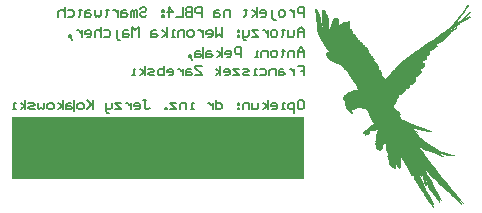
<source format=gbo>
G04*
G04 #@! TF.GenerationSoftware,Altium Limited,Altium Designer,24.3.1 (35)*
G04*
G04 Layer_Color=37055*
%FSLAX44Y44*%
%MOMM*%
G71*
G04*
G04 #@! TF.SameCoordinates,1466609E-AFDC-4EB5-9CD4-67DB0788F0E7*
G04*
G04*
G04 #@! TF.FilePolarity,Positive*
G04*
G01*
G75*
%ADD10C,0.2000*%
%ADD84R,24.7620X5.2790*%
G36*
X320489Y204869D02*
X320080D01*
Y205277D01*
X320489D01*
Y204869D01*
D02*
G37*
G36*
X430339Y254281D02*
X429931D01*
Y253873D01*
X429523D01*
Y253465D01*
X429114D01*
Y252648D01*
X428706D01*
Y252239D01*
X428297D01*
Y251423D01*
X427889D01*
Y251014D01*
X427481D01*
Y250606D01*
X427072D01*
Y249789D01*
X426664D01*
Y249381D01*
X426256D01*
Y248973D01*
X425847D01*
Y248156D01*
X425439D01*
Y247747D01*
X425031D01*
Y247339D01*
X424622D01*
Y246522D01*
X424214D01*
Y246114D01*
X423805D01*
Y245706D01*
X423397D01*
Y244889D01*
X422989D01*
Y244480D01*
X422580D01*
Y244072D01*
X422172D01*
Y243255D01*
X421764D01*
Y242847D01*
X421355D01*
Y242439D01*
X420947D01*
Y241622D01*
X420538D01*
Y241214D01*
X421355D01*
Y241622D01*
X422172D01*
Y242030D01*
X422580D01*
Y242439D01*
X423397D01*
Y242847D01*
X423805D01*
Y243255D01*
X424214D01*
Y243664D01*
X425031D01*
Y244480D01*
X425439D01*
Y244889D01*
X426256D01*
Y245297D01*
X426664D01*
Y245706D01*
X427072D01*
Y246114D01*
X427481D01*
Y246522D01*
X427889D01*
Y246931D01*
X428297D01*
Y247339D01*
X428706D01*
Y248156D01*
X429114D01*
Y248564D01*
X429523D01*
Y248973D01*
X429931D01*
Y249381D01*
X430339D01*
Y249789D01*
X430748D01*
Y250198D01*
X431564D01*
Y249789D01*
X431973D01*
Y248973D01*
X431564D01*
Y248564D01*
X431156D01*
Y248156D01*
X430748D01*
Y247747D01*
X430339D01*
Y247339D01*
X429931D01*
Y246522D01*
X429523D01*
Y246114D01*
X429114D01*
Y245706D01*
X428706D01*
Y245297D01*
X428297D01*
Y244889D01*
X429114D01*
Y245297D01*
X429523D01*
Y245706D01*
X430339D01*
Y246114D01*
X431564D01*
Y245706D01*
X431973D01*
Y244889D01*
X431156D01*
Y244480D01*
X430748D01*
Y244072D01*
X430339D01*
Y243664D01*
X429523D01*
Y243255D01*
X428706D01*
Y242847D01*
X427889D01*
Y242439D01*
X427072D01*
Y242030D01*
X426256D01*
Y241622D01*
X425439D01*
Y241214D01*
X424622D01*
Y240805D01*
X423805D01*
Y240397D01*
X422580D01*
Y239172D01*
X421764D01*
Y238763D01*
X421355D01*
Y238355D01*
X420538D01*
Y237947D01*
X420130D01*
Y237538D01*
X419313D01*
Y237130D01*
X418905D01*
Y236722D01*
X419722D01*
Y237130D01*
X420130D01*
Y236722D01*
X420538D01*
Y235497D01*
X419722D01*
Y235088D01*
X419313D01*
Y234680D01*
X418497D01*
Y234271D01*
X417680D01*
Y233863D01*
X417271D01*
Y233455D01*
X416863D01*
Y233046D01*
X416046D01*
Y232638D01*
X415638D01*
Y232230D01*
X415230D01*
Y231821D01*
X414821D01*
Y231413D01*
X414413D01*
Y231005D01*
X414005D01*
Y230596D01*
X413596D01*
Y229779D01*
X412780D01*
Y229371D01*
X412371D01*
Y228554D01*
X411963D01*
Y228146D01*
X411554D01*
Y227738D01*
X411146D01*
Y227329D01*
X410329D01*
Y226921D01*
X409921D01*
Y226513D01*
X409513D01*
Y226104D01*
X409104D01*
Y225696D01*
X408696D01*
Y225287D01*
X408288D01*
Y224879D01*
X407879D01*
Y224471D01*
X407471D01*
Y224062D01*
X407062D01*
Y223654D01*
X406246D01*
Y223246D01*
X405429D01*
Y222837D01*
X404204D01*
Y222429D01*
X403387D01*
Y221612D01*
X402979D01*
Y221204D01*
X404204D01*
Y220795D01*
X403796D01*
Y220387D01*
X402979D01*
Y219979D01*
X402570D01*
Y219570D01*
X402162D01*
Y219162D01*
X401754D01*
Y218754D01*
X401345D01*
Y218345D01*
X400937D01*
Y217937D01*
X400120D01*
Y217528D01*
X399304D01*
Y217120D01*
X398487D01*
Y216712D01*
X397670D01*
Y214261D01*
X397262D01*
Y213445D01*
X396853D01*
Y212628D01*
X395220D01*
Y209361D01*
X394811D01*
Y208953D01*
X393586D01*
Y208544D01*
X391136D01*
Y207728D01*
X390728D01*
Y207319D01*
X391136D01*
Y206911D01*
X393995D01*
Y206502D01*
X393586D01*
Y204052D01*
X393178D01*
Y203236D01*
X392770D01*
Y202827D01*
X392361D01*
Y202419D01*
X391544D01*
Y202010D01*
X389503D01*
Y201194D01*
X389094D01*
Y200785D01*
X389503D01*
Y200377D01*
X389911D01*
Y199560D01*
X390319D01*
Y198335D01*
X389911D01*
Y197519D01*
X389503D01*
Y197110D01*
X389094D01*
Y196702D01*
X388686D01*
Y196293D01*
X388278D01*
Y195885D01*
X387869D01*
Y195477D01*
X387052D01*
Y195068D01*
X386644D01*
Y194660D01*
X385827D01*
Y194252D01*
X385419D01*
Y191801D01*
X385827D01*
Y191393D01*
X385419D01*
Y190576D01*
X385011D01*
Y190168D01*
X384602D01*
Y189760D01*
X384194D01*
Y189351D01*
X383786D01*
Y188943D01*
X383377D01*
Y188534D01*
X382969D01*
Y188126D01*
X382152D01*
Y187718D01*
X380927D01*
Y186493D01*
X380519D01*
Y186084D01*
X380110D01*
Y185676D01*
X379702D01*
Y185268D01*
X379294D01*
Y184859D01*
X378477D01*
Y184451D01*
X377252D01*
Y184859D01*
X376843D01*
Y183226D01*
X376435D01*
Y182409D01*
X376027D01*
Y182001D01*
X375618D01*
Y181592D01*
X375210D01*
Y181184D01*
X374801D01*
Y180776D01*
X374393D01*
Y180367D01*
X373985D01*
Y179959D01*
X373576D01*
Y179550D01*
X372760D01*
Y179959D01*
X372351D01*
Y180367D01*
X371943D01*
Y179550D01*
X371535D01*
Y177917D01*
X371126D01*
Y177100D01*
X370718D01*
Y176692D01*
X370309D01*
Y176283D01*
X369901D01*
Y175875D01*
X369493D01*
Y175467D01*
X369084D01*
Y173833D01*
X368676D01*
Y173017D01*
X368268D01*
Y172200D01*
X367859D01*
Y171383D01*
X367451D01*
Y170975D01*
X367043D01*
Y170158D01*
X366634D01*
Y169341D01*
X367043D01*
Y168933D01*
X367451D01*
Y168525D01*
X367859D01*
Y168116D01*
X368268D01*
Y167708D01*
X368676D01*
Y167299D01*
X369493D01*
Y166483D01*
X369901D01*
Y166074D01*
X370309D01*
Y165666D01*
X371126D01*
Y165258D01*
X371535D01*
Y164849D01*
X371943D01*
Y164441D01*
X372351D01*
Y163216D01*
X372760D01*
Y162399D01*
X371943D01*
Y161582D01*
X372351D01*
Y161174D01*
X372760D01*
Y160357D01*
X373168D01*
Y159541D01*
X373576D01*
Y159132D01*
X373985D01*
Y158724D01*
X375210D01*
Y158315D01*
X376027D01*
Y157907D01*
X376843D01*
Y157499D01*
X377660D01*
Y157090D01*
X378477D01*
Y156682D01*
X379702D01*
Y156274D01*
X380519D01*
Y155865D01*
X381335D01*
Y155457D01*
X382152D01*
Y155049D01*
X382969D01*
Y154640D01*
X383786D01*
Y154232D01*
X385011D01*
Y153823D01*
X385827D01*
Y153415D01*
X387052D01*
Y153007D01*
X388278D01*
Y152598D01*
X389503D01*
Y152190D01*
X390728D01*
Y151782D01*
X391953D01*
Y151373D01*
X393178D01*
Y150965D01*
X393995D01*
Y150556D01*
X395220D01*
Y150148D01*
X396445D01*
Y149740D01*
X397670D01*
Y149331D01*
X398895D01*
Y148515D01*
X398487D01*
Y148106D01*
X396036D01*
Y148515D01*
X393995D01*
Y148923D01*
X391953D01*
Y149331D01*
X389911D01*
Y149740D01*
X388278D01*
Y150148D01*
X386236D01*
Y150556D01*
X384194D01*
Y150965D01*
X383786D01*
Y150148D01*
X384194D01*
Y149740D01*
X384602D01*
Y149331D01*
X385419D01*
Y148923D01*
X386236D01*
Y148515D01*
X386644D01*
Y148106D01*
X387052D01*
Y147698D01*
X386236D01*
Y148106D01*
X385827D01*
Y147289D01*
X386236D01*
Y146881D01*
X386644D01*
Y146473D01*
X387052D01*
Y146065D01*
X387461D01*
Y145656D01*
X387869D01*
Y144839D01*
X388278D01*
Y144431D01*
X388686D01*
Y144023D01*
X389094D01*
Y143614D01*
X389503D01*
Y143206D01*
X389911D01*
Y142797D01*
X390319D01*
Y142389D01*
X390728D01*
Y141981D01*
X391544D01*
Y141572D01*
X391953D01*
Y141164D01*
X392361D01*
Y140756D01*
X393178D01*
Y140347D01*
X393586D01*
Y139939D01*
X394403D01*
Y139531D01*
X394811D01*
Y139122D01*
X395220D01*
Y138714D01*
X396036D01*
Y138306D01*
X396445D01*
Y137897D01*
X397262D01*
Y137489D01*
X398078D01*
Y137080D01*
X398487D01*
Y136672D01*
X399304D01*
Y136264D01*
X399712D01*
Y135855D01*
X400529D01*
Y135447D01*
X401345D01*
Y135039D01*
X401754D01*
Y134630D01*
X402570D01*
Y134222D01*
X403387D01*
Y133813D01*
X403796D01*
Y133405D01*
X404612D01*
Y132997D01*
X405021D01*
Y132588D01*
X405837D01*
Y132180D01*
X406654D01*
Y131772D01*
X407062D01*
Y131363D01*
X408288D01*
Y130955D01*
X409921D01*
Y130547D01*
X411146D01*
Y130138D01*
X412780D01*
Y129730D01*
X414413D01*
Y129321D01*
X415638D01*
Y128913D01*
X417271D01*
Y128505D01*
X418497D01*
Y128096D01*
X418905D01*
Y127688D01*
X418497D01*
Y128096D01*
X417680D01*
Y127688D01*
X412371D01*
Y128096D01*
X411146D01*
Y128505D01*
X409921D01*
Y128913D01*
X408696D01*
Y129321D01*
X407062D01*
Y129730D01*
X406246D01*
Y129321D01*
X406654D01*
Y128913D01*
X407471D01*
Y128505D01*
X407879D01*
Y128096D01*
X408288D01*
Y127688D01*
X409104D01*
Y126871D01*
X407471D01*
Y127280D01*
X406654D01*
Y127688D01*
X405837D01*
Y128096D01*
X405021D01*
Y128505D01*
X404204D01*
Y128913D01*
X403387D01*
Y129321D01*
X402162D01*
Y129730D01*
X401345D01*
Y130138D01*
X400120D01*
Y130547D01*
X398895D01*
Y130955D01*
X398078D01*
Y131363D01*
X396853D01*
Y131772D01*
X395628D01*
Y132180D01*
X394811D01*
Y132588D01*
X393586D01*
Y132997D01*
X392361D01*
Y133405D01*
X391544D01*
Y133813D01*
X390728D01*
Y134222D01*
X390319D01*
Y134630D01*
X389911D01*
Y135039D01*
X389094D01*
Y135447D01*
X388686D01*
Y135855D01*
X388278D01*
Y136264D01*
X387869D01*
Y135855D01*
X388278D01*
Y135447D01*
X388686D01*
Y135039D01*
X389094D01*
Y134222D01*
X389503D01*
Y133813D01*
X389911D01*
Y133405D01*
X390319D01*
Y132588D01*
X390728D01*
Y132180D01*
X391136D01*
Y131363D01*
X391544D01*
Y130955D01*
X391953D01*
Y130547D01*
X392361D01*
Y129730D01*
X392770D01*
Y129321D01*
X393178D01*
Y128913D01*
X393586D01*
Y128096D01*
X393995D01*
Y127688D01*
X394403D01*
Y127280D01*
X394811D01*
Y126463D01*
X395220D01*
Y126054D01*
X395628D01*
Y125646D01*
X396036D01*
Y124829D01*
X396445D01*
Y124421D01*
X396853D01*
Y124013D01*
X397262D01*
Y123196D01*
X397670D01*
Y122788D01*
X398078D01*
Y122379D01*
X398487D01*
Y121562D01*
X398895D01*
Y121154D01*
X399304D01*
Y120746D01*
X399712D01*
Y119929D01*
X400120D01*
Y119521D01*
X400529D01*
Y119112D01*
X400937D01*
Y118296D01*
X401345D01*
Y117887D01*
X401754D01*
Y117479D01*
X402162D01*
Y116662D01*
X402570D01*
Y116254D01*
X402979D01*
Y115845D01*
X403387D01*
Y115029D01*
X403796D01*
Y114620D01*
X404204D01*
Y114212D01*
X404612D01*
Y113395D01*
X405021D01*
Y112987D01*
X405429D01*
Y112578D01*
X405837D01*
Y112170D01*
X406246D01*
Y111762D01*
X406654D01*
Y110945D01*
X407062D01*
Y110537D01*
X407471D01*
Y110128D01*
X407879D01*
Y109720D01*
X408288D01*
Y109312D01*
X408696D01*
Y108495D01*
X409104D01*
Y108086D01*
X409513D01*
Y107678D01*
X409921D01*
Y107270D01*
X410329D01*
Y106861D01*
X410738D01*
Y106045D01*
X411146D01*
Y105636D01*
X411554D01*
Y105228D01*
X411963D01*
Y104819D01*
X412371D01*
Y104411D01*
X412780D01*
Y103594D01*
X413188D01*
Y103186D01*
X413596D01*
Y102778D01*
X414005D01*
Y102369D01*
X414413D01*
Y101961D01*
X414821D01*
Y101144D01*
X415230D01*
Y100736D01*
X415638D01*
Y100328D01*
X416046D01*
Y99919D01*
X416455D01*
Y99102D01*
X416863D01*
Y98694D01*
X417271D01*
Y98286D01*
X417680D01*
Y97877D01*
X418088D01*
Y97469D01*
X418497D01*
Y96652D01*
X418905D01*
Y96244D01*
X419313D01*
Y95836D01*
X419722D01*
Y95427D01*
X420130D01*
Y95019D01*
X420538D01*
Y94202D01*
X420947D01*
Y93794D01*
X421355D01*
Y93385D01*
X421764D01*
Y92977D01*
X422172D01*
Y92569D01*
X422580D01*
Y91752D01*
X422989D01*
Y91343D01*
X423397D01*
Y90935D01*
X423805D01*
Y90118D01*
X424214D01*
Y89710D01*
X424622D01*
Y89302D01*
X425031D01*
Y88893D01*
X425439D01*
Y88076D01*
X425847D01*
Y87668D01*
X425439D01*
Y88076D01*
X425031D01*
Y88485D01*
X424214D01*
Y88893D01*
X423805D01*
Y89302D01*
X423397D01*
Y89710D01*
X422989D01*
Y89302D01*
X423397D01*
Y88893D01*
X423805D01*
Y88076D01*
X424214D01*
Y87260D01*
X424622D01*
Y86851D01*
X425031D01*
Y86443D01*
X424214D01*
Y86851D01*
X423805D01*
Y87260D01*
X423397D01*
Y87668D01*
X422989D01*
Y88076D01*
X422580D01*
Y88485D01*
X422172D01*
Y88893D01*
X421764D01*
Y89302D01*
X420947D01*
Y89710D01*
X420538D01*
Y90118D01*
X420130D01*
Y90527D01*
X419722D01*
Y90935D01*
X419313D01*
Y91343D01*
X418905D01*
Y91752D01*
X418497D01*
Y92160D01*
X418088D01*
Y92569D01*
X417680D01*
Y92977D01*
X416863D01*
Y93385D01*
X416455D01*
Y93794D01*
X416046D01*
Y94202D01*
X415638D01*
Y94610D01*
X415230D01*
Y95019D01*
X414821D01*
Y95427D01*
X414413D01*
Y95836D01*
X414005D01*
Y96244D01*
X413596D01*
Y96652D01*
X413188D01*
Y97061D01*
X412780D01*
Y97469D01*
X412371D01*
Y97877D01*
X411554D01*
Y98286D01*
X411146D01*
Y98694D01*
X410738D01*
Y99102D01*
X410329D01*
Y99511D01*
X409921D01*
Y99919D01*
X409513D01*
Y100328D01*
X409104D01*
Y100736D01*
X408696D01*
Y101144D01*
X408288D01*
Y101553D01*
X407879D01*
Y101961D01*
X407471D01*
Y102369D01*
X407062D01*
Y102778D01*
X406246D01*
Y103186D01*
X405837D01*
Y103594D01*
X405429D01*
Y104003D01*
X405021D01*
Y104411D01*
X404612D01*
Y104819D01*
X404204D01*
Y105228D01*
X403796D01*
Y105636D01*
X403387D01*
Y106045D01*
X402979D01*
Y106453D01*
X402570D01*
Y106861D01*
X402162D01*
Y107270D01*
X401754D01*
Y107678D01*
X401345D01*
Y108086D01*
X400529D01*
Y108495D01*
X400120D01*
Y108903D01*
X399712D01*
Y109312D01*
X399304D01*
Y109720D01*
X398895D01*
Y110537D01*
X398487D01*
Y110945D01*
X398078D01*
Y111353D01*
X397670D01*
Y111762D01*
X397262D01*
Y112170D01*
X396853D01*
Y112987D01*
X396445D01*
Y113395D01*
X396036D01*
Y113804D01*
X395628D01*
Y114212D01*
X395220D01*
Y115029D01*
X394811D01*
Y115437D01*
X394403D01*
Y115845D01*
X393995D01*
Y115029D01*
X394403D01*
Y114212D01*
X394811D01*
Y112987D01*
X395220D01*
Y112170D01*
X395628D01*
Y111353D01*
X396036D01*
Y110945D01*
X396445D01*
Y110537D01*
X396853D01*
Y110128D01*
X397262D01*
Y109720D01*
X397670D01*
Y108903D01*
X398078D01*
Y108086D01*
X398487D01*
Y107270D01*
X398895D01*
Y106453D01*
X399304D01*
Y105636D01*
X399712D01*
Y104411D01*
X400120D01*
Y103594D01*
X400529D01*
Y102778D01*
X400937D01*
Y101961D01*
X401345D01*
Y101144D01*
X401754D01*
Y100328D01*
X402162D01*
Y99511D01*
X402570D01*
Y98694D01*
X402979D01*
Y98286D01*
X403387D01*
Y97469D01*
X403796D01*
Y96652D01*
X404204D01*
Y96244D01*
X404612D01*
Y95427D01*
X405021D01*
Y94610D01*
X405429D01*
Y93794D01*
X405837D01*
Y92977D01*
X406246D01*
Y92569D01*
X406654D01*
Y91752D01*
X407062D01*
Y90935D01*
X407471D01*
Y90118D01*
X407879D01*
Y89302D01*
X407471D01*
Y89710D01*
X407062D01*
Y90118D01*
X406654D01*
Y90527D01*
X406246D01*
Y91343D01*
X405837D01*
Y89710D01*
X406246D01*
Y88076D01*
X405837D01*
Y88485D01*
X405429D01*
Y89302D01*
X405021D01*
Y89710D01*
X404612D01*
Y90118D01*
X404204D01*
Y90527D01*
X403796D01*
Y90935D01*
X403387D01*
Y91343D01*
X402979D01*
Y91752D01*
X402570D01*
Y92160D01*
X402162D01*
Y92977D01*
X401754D01*
Y93385D01*
X401345D01*
Y93794D01*
X400937D01*
Y94610D01*
X400529D01*
Y95019D01*
X400120D01*
Y95427D01*
X399712D01*
Y96244D01*
X399304D01*
Y96652D01*
X398895D01*
Y97469D01*
X398487D01*
Y97877D01*
X398078D01*
Y98286D01*
X397670D01*
Y99102D01*
X397262D01*
Y99511D01*
X396853D01*
Y100328D01*
X396445D01*
Y100736D01*
X396036D01*
Y101961D01*
X395628D01*
Y103594D01*
X395220D01*
Y105636D01*
X394811D01*
Y102369D01*
X393586D01*
Y102778D01*
X393178D01*
Y104003D01*
X392770D01*
Y105228D01*
X392361D01*
Y106045D01*
X391953D01*
Y107270D01*
X391544D01*
Y108903D01*
X391136D01*
Y110945D01*
X390319D01*
Y110537D01*
X389503D01*
Y111353D01*
X389094D01*
Y111762D01*
X388686D01*
Y110945D01*
X389094D01*
Y110128D01*
X389503D01*
Y109312D01*
X389911D01*
Y108086D01*
X390319D01*
Y107270D01*
X390728D01*
Y106453D01*
X391136D01*
Y105636D01*
X391544D01*
Y104819D01*
X391953D01*
Y104003D01*
X392361D01*
Y103186D01*
X392770D01*
Y102369D01*
X393178D01*
Y101553D01*
X393586D01*
Y100736D01*
X393995D01*
Y99919D01*
X394403D01*
Y98694D01*
X394811D01*
Y98286D01*
X395220D01*
Y97469D01*
X395628D01*
Y96652D01*
X396036D01*
Y95836D01*
X396445D01*
Y95427D01*
X396853D01*
Y94610D01*
X397262D01*
Y93794D01*
X397670D01*
Y92977D01*
X398078D01*
Y92160D01*
X398487D01*
Y91752D01*
X398895D01*
Y90935D01*
X399304D01*
Y89710D01*
X399712D01*
Y88893D01*
X400120D01*
Y88076D01*
X400529D01*
Y87260D01*
X400937D01*
Y86443D01*
X400529D01*
Y86851D01*
X400120D01*
Y87260D01*
X399712D01*
Y87668D01*
X399304D01*
Y87260D01*
X399712D01*
Y86443D01*
X400120D01*
Y85218D01*
X400529D01*
Y84401D01*
X400937D01*
Y83993D01*
X400120D01*
Y84401D01*
X399712D01*
Y84810D01*
X399304D01*
Y85626D01*
X398895D01*
Y86443D01*
X398487D01*
Y87260D01*
X398078D01*
Y87668D01*
X397262D01*
Y88076D01*
X396853D01*
Y88893D01*
X396445D01*
Y89302D01*
X396036D01*
Y89710D01*
X395628D01*
Y90527D01*
X395220D01*
Y90935D01*
X394811D01*
Y91752D01*
X394403D01*
Y92160D01*
X393995D01*
Y92977D01*
X393586D01*
Y93385D01*
X393178D01*
Y94202D01*
X392770D01*
Y94610D01*
X392361D01*
Y95427D01*
X391953D01*
Y96244D01*
X391544D01*
Y96652D01*
X391136D01*
Y97469D01*
X390728D01*
Y97877D01*
X390319D01*
Y98694D01*
X389911D01*
Y99511D01*
X389503D01*
Y99919D01*
X389094D01*
Y100736D01*
X388686D01*
Y101144D01*
X388278D01*
Y101961D01*
X387869D01*
Y102778D01*
X387461D01*
Y103186D01*
X387052D01*
Y104003D01*
X386644D01*
Y104411D01*
X386236D01*
Y105228D01*
X385827D01*
Y105636D01*
X385419D01*
Y106453D01*
X385011D01*
Y107270D01*
X384602D01*
Y107678D01*
X384194D01*
Y108495D01*
X383786D01*
Y111353D01*
X382561D01*
Y110945D01*
X381744D01*
Y111762D01*
X381335D01*
Y112578D01*
X380927D01*
Y113395D01*
X380519D01*
Y113804D01*
X380110D01*
Y114620D01*
X379702D01*
Y115437D01*
X379294D01*
Y116254D01*
X378885D01*
Y117071D01*
X378477D01*
Y117479D01*
X378069D01*
Y118296D01*
X377660D01*
Y119112D01*
X377252D01*
Y119929D01*
X376843D01*
Y120337D01*
X376435D01*
Y121154D01*
X376027D01*
Y121971D01*
X375618D01*
Y122788D01*
X375210D01*
Y123604D01*
X374801D01*
Y124013D01*
X374393D01*
Y124829D01*
X373985D01*
Y125646D01*
X373576D01*
Y126463D01*
X373168D01*
Y126871D01*
X372760D01*
Y121971D01*
Y121562D01*
Y120337D01*
X373168D01*
Y117479D01*
X372351D01*
Y117071D01*
X371535D01*
Y116662D01*
X371126D01*
Y117479D01*
X370718D01*
Y117887D01*
X370309D01*
Y118704D01*
X369901D01*
Y119521D01*
X369493D01*
Y120337D01*
X369084D01*
Y120746D01*
X368676D01*
Y119521D01*
X368268D01*
Y117071D01*
X367043D01*
Y117479D01*
X365409D01*
Y117887D01*
X365001D01*
Y118296D01*
X364592D01*
Y118704D01*
X364184D01*
Y119112D01*
X363776D01*
Y119521D01*
X363367D01*
Y120337D01*
X362959D01*
Y122788D01*
X362551D01*
Y124421D01*
X362142D01*
Y126054D01*
X361734D01*
Y127280D01*
X361325D01*
Y128096D01*
X361734D01*
Y130138D01*
X360917D01*
Y132588D01*
X360509D01*
Y136264D01*
X360100D01*
Y137897D01*
X358467D01*
Y137489D01*
X358059D01*
Y136672D01*
X357650D01*
Y135447D01*
X357242D01*
Y134222D01*
X356833D01*
Y133813D01*
X356425D01*
Y133405D01*
X356017D01*
Y132997D01*
X355608D01*
Y132588D01*
X354383D01*
Y132997D01*
X352750D01*
Y133813D01*
X352341D01*
Y134222D01*
X351933D01*
Y135447D01*
X351525D01*
Y137080D01*
X351116D01*
Y138714D01*
X351525D01*
Y139122D01*
X351933D01*
Y139531D01*
X351116D01*
Y140756D01*
X351525D01*
Y142389D01*
X351933D01*
Y146473D01*
X352341D01*
Y148515D01*
X352750D01*
Y149331D01*
X353158D01*
Y149740D01*
X351933D01*
Y149331D01*
X351525D01*
Y148923D01*
X348258D01*
Y149331D01*
X347033D01*
Y147698D01*
X346624D01*
Y146473D01*
X345399D01*
Y146065D01*
X344582D01*
Y145656D01*
X343357D01*
Y145248D01*
X342132D01*
Y145656D01*
X342541D01*
Y146881D01*
X340907D01*
Y147289D01*
X340499D01*
Y147698D01*
X340907D01*
Y148106D01*
X341315D01*
Y148515D01*
X341724D01*
Y148923D01*
X342132D01*
Y149331D01*
X342541D01*
Y149740D01*
X343357D01*
Y150148D01*
X343766D01*
Y150556D01*
X344174D01*
Y150965D01*
X344582D01*
Y151373D01*
X345399D01*
Y151782D01*
X345808D01*
Y152190D01*
X346216D01*
Y152598D01*
X346624D01*
Y153007D01*
X347441D01*
Y153415D01*
X347849D01*
Y153823D01*
X348258D01*
Y154232D01*
X349075D01*
Y154640D01*
X349483D01*
Y155049D01*
X349891D01*
Y155865D01*
X349483D01*
Y156274D01*
X349075D01*
Y156682D01*
X348666D01*
Y157499D01*
X348258D01*
Y158315D01*
X347849D01*
Y159132D01*
X347441D01*
Y159949D01*
X347033D01*
Y160766D01*
X346624D01*
Y161582D01*
X346216D01*
Y162399D01*
X345808D01*
Y163216D01*
X345399D01*
Y164032D01*
X344991D01*
Y164849D01*
X344582D01*
Y165666D01*
X344174D01*
Y166074D01*
X343766D01*
Y166891D01*
X343357D01*
Y167708D01*
X341724D01*
Y168116D01*
X339682D01*
Y168525D01*
X338049D01*
Y168933D01*
X337640D01*
Y168525D01*
X336007D01*
Y168116D01*
X334782D01*
Y167708D01*
X333557D01*
Y167299D01*
X332332D01*
Y166891D01*
X331106D01*
Y165666D01*
X331515D01*
Y164849D01*
X331923D01*
Y164441D01*
X332332D01*
Y163216D01*
X331923D01*
Y163624D01*
X330290D01*
Y164032D01*
X329881D01*
Y164441D01*
X329473D01*
Y164849D01*
X329065D01*
Y165258D01*
X328656D01*
Y165666D01*
X328248D01*
Y166074D01*
X327840D01*
Y166483D01*
X327431D01*
Y167299D01*
X327023D01*
Y168116D01*
X326614D01*
Y168933D01*
X326206D01*
Y170566D01*
X325798D01*
Y173833D01*
X325389D01*
Y174242D01*
X324981D01*
Y174650D01*
X324573D01*
Y175467D01*
X324164D01*
Y177917D01*
X324573D01*
Y178734D01*
X324981D01*
Y179550D01*
X325389D01*
Y179959D01*
X326206D01*
Y180367D01*
X326614D01*
Y180776D01*
X327023D01*
Y181184D01*
X327840D01*
Y181592D01*
X328248D01*
Y182001D01*
X329473D01*
Y182409D01*
X330698D01*
Y182817D01*
X331515D01*
Y183226D01*
X332332D01*
Y183634D01*
X334782D01*
Y184042D01*
X336415D01*
Y184451D01*
X337232D01*
Y184859D01*
X336824D01*
Y185268D01*
X336415D01*
Y185676D01*
X336007D01*
Y186493D01*
X335598D01*
Y186901D01*
X335190D01*
Y187718D01*
X334373D01*
Y188534D01*
X333965D01*
Y188943D01*
X333557D01*
Y189351D01*
X333148D01*
Y190168D01*
X332740D01*
Y190985D01*
X332332D01*
Y191393D01*
X331923D01*
Y192210D01*
X331515D01*
Y192618D01*
X331106D01*
Y193435D01*
X330698D01*
Y193843D01*
X330290D01*
Y194660D01*
X329881D01*
Y195068D01*
X329473D01*
Y195885D01*
X329065D01*
Y196293D01*
X328656D01*
Y197110D01*
X328248D01*
Y197927D01*
X327840D01*
Y198744D01*
X327431D01*
Y199152D01*
X327023D01*
Y199969D01*
X326614D01*
Y200377D01*
X325798D01*
Y200785D01*
X325389D01*
Y201194D01*
X324981D01*
Y202010D01*
X324573D01*
Y202419D01*
X324164D01*
Y202827D01*
X323756D01*
Y203236D01*
X323348D01*
Y203644D01*
X322939D01*
Y204052D01*
X322531D01*
Y204461D01*
X321714D01*
Y204869D01*
X321306D01*
Y205277D01*
X320489D01*
Y205686D01*
X319672D01*
Y206094D01*
X317630D01*
Y206502D01*
X316814D01*
Y206911D01*
X315997D01*
Y207319D01*
X315180D01*
Y207728D01*
X314363D01*
Y208136D01*
X313547D01*
Y208544D01*
X313138D01*
Y208953D01*
X312322D01*
Y209361D01*
X311913D01*
Y209769D01*
X311096D01*
Y210178D01*
X310688D01*
Y210994D01*
X310280D01*
Y211403D01*
X309871D01*
Y212220D01*
X309463D01*
Y212628D01*
X309055D01*
Y215487D01*
X310280D01*
Y215895D01*
X311913D01*
Y216712D01*
X311505D01*
Y217120D01*
X311096D01*
Y217528D01*
X310688D01*
Y217937D01*
X310280D01*
Y218345D01*
X309871D01*
Y218754D01*
X309463D01*
Y219570D01*
X309055D01*
Y219979D01*
X308646D01*
Y220387D01*
X308238D01*
Y221204D01*
X307830D01*
Y222020D01*
X307421D01*
Y222837D01*
X307013D01*
Y223246D01*
X306604D01*
Y224062D01*
X306196D01*
Y224879D01*
X305788D01*
Y225696D01*
X305379D01*
Y226513D01*
X304971D01*
Y226921D01*
X304563D01*
Y227738D01*
X304154D01*
Y228554D01*
X303746D01*
Y229371D01*
X303338D01*
Y230188D01*
X302929D01*
Y230596D01*
X302521D01*
Y233046D01*
X302113D01*
Y237130D01*
X301704D01*
Y241214D01*
X301296D01*
Y245297D01*
X300887D01*
Y249381D01*
X300479D01*
Y252648D01*
X301296D01*
Y252239D01*
X302113D01*
Y251831D01*
X302521D01*
Y251423D01*
X302929D01*
Y250198D01*
X303338D01*
Y249381D01*
X303746D01*
Y248564D01*
X304154D01*
Y247747D01*
X304563D01*
Y245706D01*
X304971D01*
Y243255D01*
X305379D01*
Y240805D01*
X305788D01*
Y238355D01*
X306196D01*
Y237538D01*
X306604D01*
Y238355D01*
X306196D01*
Y246931D01*
X305788D01*
Y251831D01*
X308238D01*
Y251423D01*
X308646D01*
Y250606D01*
X309055D01*
Y249381D01*
X309463D01*
Y248564D01*
X309871D01*
Y247747D01*
X310280D01*
Y246931D01*
X310688D01*
Y246114D01*
X311096D01*
Y244889D01*
X311505D01*
Y240805D01*
X311913D01*
Y235088D01*
X312322D01*
Y235497D01*
X312730D01*
Y236722D01*
X313138D01*
Y237538D01*
X313547D01*
Y238763D01*
X313955D01*
Y239988D01*
X314363D01*
Y241214D01*
X314772D01*
Y242030D01*
X315180D01*
Y243255D01*
X315588D01*
Y244072D01*
X315997D01*
Y244480D01*
X316814D01*
Y244889D01*
X318447D01*
Y244480D01*
X319672D01*
Y244072D01*
X320080D01*
Y238355D01*
X320489D01*
Y239172D01*
X320897D01*
Y239580D01*
X321714D01*
Y239988D01*
X322531D01*
Y240397D01*
X322939D01*
Y240805D01*
X323756D01*
Y241214D01*
X324573D01*
Y241622D01*
X327840D01*
Y242030D01*
X329473D01*
Y240805D01*
X329065D01*
Y240397D01*
X329473D01*
Y239988D01*
X329881D01*
Y235497D01*
X330290D01*
Y235905D01*
X330698D01*
Y235497D01*
X331106D01*
Y234271D01*
X331515D01*
Y233455D01*
X331923D01*
Y232230D01*
X332332D01*
Y231005D01*
X333965D01*
Y230188D01*
X334373D01*
Y229779D01*
X334782D01*
Y229371D01*
X335190D01*
Y228963D01*
X335598D01*
Y228554D01*
X336007D01*
Y227738D01*
X336415D01*
Y227329D01*
X336824D01*
Y226513D01*
X337640D01*
Y226104D01*
X338049D01*
Y225287D01*
X338457D01*
Y224879D01*
X339274D01*
Y224471D01*
X339682D01*
Y224062D01*
X340090D01*
Y223654D01*
X340499D01*
Y223246D01*
X340907D01*
Y222020D01*
X341724D01*
Y221612D01*
X342132D01*
Y221204D01*
X342541D01*
Y220387D01*
X343357D01*
Y219979D01*
X343766D01*
Y219570D01*
X344174D01*
Y219162D01*
X344582D01*
Y218754D01*
X344991D01*
Y217937D01*
X345808D01*
Y216712D01*
X346216D01*
Y215078D01*
X346624D01*
Y214670D01*
X347033D01*
Y214261D01*
X347441D01*
Y213853D01*
X347849D01*
Y213036D01*
X348258D01*
Y212628D01*
X348666D01*
Y212220D01*
X349075D01*
Y211403D01*
X349483D01*
Y210994D01*
X349891D01*
Y210586D01*
X350300D01*
Y209769D01*
X350708D01*
Y209361D01*
X350300D01*
Y208953D01*
X349891D01*
Y208544D01*
X350300D01*
Y208136D01*
X351116D01*
Y207728D01*
X351525D01*
Y207319D01*
X351933D01*
Y206911D01*
X352341D01*
Y206502D01*
X352750D01*
Y205686D01*
X353158D01*
Y204461D01*
X353567D01*
Y204052D01*
X353975D01*
Y202010D01*
X354383D01*
Y201194D01*
X354792D01*
Y200785D01*
X355200D01*
Y200377D01*
X355608D01*
Y199969D01*
X356017D01*
Y198744D01*
X356425D01*
Y197110D01*
X356833D01*
Y195885D01*
X357242D01*
Y195477D01*
X358059D01*
Y195068D01*
X358467D01*
Y194660D01*
X358875D01*
Y194252D01*
X359284D01*
Y193435D01*
X359692D01*
Y193027D01*
X360509D01*
Y193843D01*
X360917D01*
Y194252D01*
X361325D01*
Y194660D01*
X361734D01*
Y195068D01*
X362142D01*
Y195477D01*
X362551D01*
Y195885D01*
X362959D01*
Y196702D01*
X363367D01*
Y197110D01*
X363776D01*
Y197519D01*
X364184D01*
Y198335D01*
X364592D01*
Y198744D01*
X365001D01*
Y199152D01*
X365409D01*
Y199560D01*
X365817D01*
Y199969D01*
X366226D01*
Y200377D01*
X366634D01*
Y200785D01*
X367043D01*
Y201194D01*
X367451D01*
Y201602D01*
X367859D01*
Y202419D01*
X368268D01*
Y202827D01*
X368676D01*
Y203236D01*
X369084D01*
Y203644D01*
X369493D01*
Y204052D01*
X369901D01*
Y204461D01*
X370309D01*
Y204869D01*
X370718D01*
Y205277D01*
X371126D01*
Y205686D01*
X371535D01*
Y206094D01*
X371943D01*
Y206502D01*
X372351D01*
Y206911D01*
X373168D01*
Y207319D01*
X373576D01*
Y208136D01*
X374393D01*
Y208953D01*
X375210D01*
Y209361D01*
X376027D01*
Y209769D01*
X376435D01*
Y210178D01*
X376843D01*
Y210586D01*
X377660D01*
Y210994D01*
X378069D01*
Y211403D01*
X378885D01*
Y211811D01*
X379294D01*
Y212220D01*
X379702D01*
Y212628D01*
X380110D01*
Y213036D01*
X380519D01*
Y213445D01*
X381335D01*
Y213853D01*
X381744D01*
Y214261D01*
X382561D01*
Y214670D01*
X382969D01*
Y215078D01*
X383377D01*
Y215487D01*
X384194D01*
Y215895D01*
X384602D01*
Y216303D01*
X385011D01*
Y216712D01*
X385827D01*
Y217120D01*
X386236D01*
Y217528D01*
X387052D01*
Y217937D01*
X387869D01*
Y218345D01*
X388278D01*
Y218754D01*
X388686D01*
Y219162D01*
X389503D01*
Y219570D01*
X389911D01*
Y219979D01*
X390319D01*
Y220387D01*
X391136D01*
Y220795D01*
X391544D01*
Y221204D01*
X392361D01*
Y221612D01*
X392770D01*
Y222020D01*
X393586D01*
Y222429D01*
X393995D01*
Y222837D01*
X394811D01*
Y223246D01*
X395220D01*
Y223654D01*
X396036D01*
Y224062D01*
X396445D01*
Y224471D01*
X397262D01*
Y224879D01*
X397670D01*
Y225287D01*
X398487D01*
Y225696D01*
X398895D01*
Y226104D01*
X399712D01*
Y226513D01*
X400529D01*
Y226921D01*
X400937D01*
Y227329D01*
X401754D01*
Y227738D01*
X402162D01*
Y228146D01*
X402570D01*
Y228554D01*
X403387D01*
Y228963D01*
X403796D01*
Y229371D01*
X404612D01*
Y229779D01*
X405021D01*
Y230188D01*
X405837D01*
Y230596D01*
X406246D01*
Y231005D01*
X406654D01*
Y231413D01*
X407062D01*
Y231821D01*
X408288D01*
Y232230D01*
X408696D01*
Y232638D01*
X409513D01*
Y233046D01*
X409921D01*
Y233455D01*
X410738D01*
Y233863D01*
X411146D01*
Y234271D01*
X411554D01*
Y234680D01*
X411963D01*
Y235088D01*
X412371D01*
Y235497D01*
X413188D01*
Y235905D01*
X413596D01*
Y236313D01*
X414005D01*
Y236722D01*
X414413D01*
Y237130D01*
X414821D01*
Y237538D01*
X415230D01*
Y237947D01*
X415638D01*
Y238355D01*
X416046D01*
Y238763D01*
X416455D01*
Y239172D01*
X416863D01*
Y239580D01*
X417271D01*
Y239988D01*
X417680D01*
Y240397D01*
X418088D01*
Y241214D01*
X418497D01*
Y241622D01*
X418905D01*
Y242030D01*
X419313D01*
Y242439D01*
X419722D01*
Y243255D01*
X420130D01*
Y243664D01*
X420538D01*
Y244072D01*
X420947D01*
Y244889D01*
X421355D01*
Y245297D01*
X421764D01*
Y245706D01*
X422172D01*
Y246522D01*
X422580D01*
Y246931D01*
X422989D01*
Y247339D01*
X423397D01*
Y248156D01*
X423805D01*
Y248564D01*
X424214D01*
Y248973D01*
X424622D01*
Y249381D01*
X425031D01*
Y250198D01*
X425439D01*
Y250606D01*
X425847D01*
Y251423D01*
X426256D01*
Y251831D01*
X426664D01*
Y252239D01*
X427072D01*
Y253056D01*
X427481D01*
Y253465D01*
X427889D01*
Y254281D01*
X428297D01*
Y254690D01*
X428706D01*
Y255098D01*
X429114D01*
Y255506D01*
X430339D01*
Y254281D01*
D02*
G37*
G36*
X336415Y184859D02*
X336007D01*
Y185268D01*
X336415D01*
Y184859D01*
D02*
G37*
%LPC*%
G36*
X428297Y244889D02*
X427889D01*
Y244480D01*
X428297D01*
Y244889D01*
D02*
G37*
G36*
X420538Y241214D02*
X420130D01*
Y240805D01*
X420538D01*
Y241214D01*
D02*
G37*
G36*
X420130Y240805D02*
X419722D01*
Y240397D01*
X420130D01*
Y240805D01*
D02*
G37*
G36*
X320080Y238355D02*
X319672D01*
Y237947D01*
X320080D01*
Y238355D01*
D02*
G37*
G36*
X418905Y236722D02*
X418088D01*
Y236313D01*
X417680D01*
Y235905D01*
X418497D01*
Y236313D01*
X418905D01*
Y236722D01*
D02*
G37*
G36*
X417680Y235905D02*
X416863D01*
Y235497D01*
X417680D01*
Y235905D01*
D02*
G37*
G36*
X416863Y235497D02*
X416455D01*
Y235088D01*
X416863D01*
Y235497D01*
D02*
G37*
G36*
X416046Y235088D02*
X415638D01*
Y234680D01*
X416046D01*
Y235088D01*
D02*
G37*
G36*
X394811Y106453D02*
X394403D01*
Y106045D01*
X394811D01*
Y106453D01*
D02*
G37*
%LPD*%
D10*
X290689Y246050D02*
Y254048D01*
X286690D01*
X285357Y252715D01*
Y250049D01*
X286690Y248716D01*
X290689D01*
X282691Y251382D02*
Y246050D01*
Y248716D01*
X281359Y250049D01*
X280026Y251382D01*
X278693D01*
X273361Y246050D02*
X270695D01*
X269362Y247383D01*
Y250049D01*
X270695Y251382D01*
X273361D01*
X274694Y250049D01*
Y247383D01*
X273361Y246050D01*
X266697Y243384D02*
X265364D01*
X264031Y244717D01*
Y251382D01*
X254700Y246050D02*
X257366D01*
X258699Y247383D01*
Y250049D01*
X257366Y251382D01*
X254700D01*
X253368Y250049D01*
Y248716D01*
X258699D01*
X250702Y246050D02*
Y254048D01*
Y248716D02*
X246703Y251382D01*
X250702Y248716D02*
X246703Y246050D01*
X241371Y252715D02*
Y251382D01*
X242704D01*
X240039D01*
X241371D01*
Y247383D01*
X240039Y246050D01*
X228042D02*
Y251382D01*
X224044D01*
X222711Y250049D01*
Y246050D01*
X218712Y251382D02*
X216046D01*
X214713Y250049D01*
Y246050D01*
X218712D01*
X220045Y247383D01*
X218712Y248716D01*
X214713D01*
X204050Y246050D02*
Y254048D01*
X200051D01*
X198718Y252715D01*
Y250049D01*
X200051Y248716D01*
X204050D01*
X196053Y254048D02*
Y246050D01*
X192054D01*
X190721Y247383D01*
Y248716D01*
X192054Y250049D01*
X196053D01*
X192054D01*
X190721Y251382D01*
Y252715D01*
X192054Y254048D01*
X196053D01*
X188055D02*
Y246050D01*
X182724D01*
X176059D02*
Y254048D01*
X180058Y250049D01*
X174726D01*
X172060Y251382D02*
X170728D01*
Y250049D01*
X172060D01*
Y251382D01*
Y247383D02*
X170728D01*
Y246050D01*
X172060D01*
Y247383D01*
X152067Y252715D02*
X153400Y254048D01*
X156066D01*
X157399Y252715D01*
Y251382D01*
X156066Y250049D01*
X153400D01*
X152067Y248716D01*
Y247383D01*
X153400Y246050D01*
X156066D01*
X157399Y247383D01*
X149401Y246050D02*
Y251382D01*
X148068D01*
X146735Y250049D01*
Y246050D01*
Y250049D01*
X145402Y251382D01*
X144069Y250049D01*
Y246050D01*
X140071Y251382D02*
X137405D01*
X136072Y250049D01*
Y246050D01*
X140071D01*
X141404Y247383D01*
X140071Y248716D01*
X136072D01*
X133406Y251382D02*
Y246050D01*
Y248716D01*
X132073Y250049D01*
X130740Y251382D01*
X129408D01*
X124076Y252715D02*
Y251382D01*
X125409D01*
X122743D01*
X124076D01*
Y247383D01*
X122743Y246050D01*
X118744Y251382D02*
Y247383D01*
X117411Y246050D01*
X116079Y247383D01*
X114746Y246050D01*
X113413Y247383D01*
Y251382D01*
X109414D02*
X106748D01*
X105415Y250049D01*
Y246050D01*
X109414D01*
X110747Y247383D01*
X109414Y248716D01*
X105415D01*
X101417Y252715D02*
Y251382D01*
X102750D01*
X100084D01*
X101417D01*
Y247383D01*
X100084Y246050D01*
X90753Y251382D02*
X94752D01*
X96085Y250049D01*
Y247383D01*
X94752Y246050D01*
X90753D01*
X88088Y254048D02*
Y246050D01*
Y250049D01*
X86755Y251382D01*
X84089D01*
X82756Y250049D01*
Y246050D01*
X290689Y228988D02*
Y234319D01*
X288023Y236985D01*
X285357Y234319D01*
Y228988D01*
Y232986D01*
X290689D01*
X282691Y234319D02*
Y230320D01*
X281359Y228988D01*
X277360D01*
Y234319D01*
X273361Y235652D02*
Y234319D01*
X274694D01*
X272028D01*
X273361D01*
Y230320D01*
X272028Y228988D01*
X266696D02*
X264031D01*
X262698Y230320D01*
Y232986D01*
X264031Y234319D01*
X266696D01*
X268029Y232986D01*
Y230320D01*
X266696Y228988D01*
X260032Y234319D02*
Y228988D01*
Y231653D01*
X258699Y232986D01*
X257366Y234319D01*
X256033D01*
X252035D02*
X246703D01*
X252035Y228988D01*
X246703D01*
X244037Y234319D02*
Y230320D01*
X242704Y228988D01*
X238706D01*
Y227655D01*
X240039Y226322D01*
X241371D01*
X238706Y228988D02*
Y234319D01*
X236040D02*
X234707D01*
Y232986D01*
X236040D01*
Y234319D01*
Y230320D02*
X234707D01*
Y228988D01*
X236040D01*
Y230320D01*
X221378Y236985D02*
Y228988D01*
X218712Y231653D01*
X216046Y228988D01*
Y236985D01*
X209382Y228988D02*
X212048D01*
X213380Y230320D01*
Y232986D01*
X212048Y234319D01*
X209382D01*
X208049Y232986D01*
Y231653D01*
X213380D01*
X205383Y234319D02*
Y228988D01*
Y231653D01*
X204050Y232986D01*
X202717Y234319D01*
X201384D01*
X196053Y228988D02*
X193387D01*
X192054Y230320D01*
Y232986D01*
X193387Y234319D01*
X196053D01*
X197386Y232986D01*
Y230320D01*
X196053Y228988D01*
X189388D02*
Y234319D01*
X185389D01*
X184057Y232986D01*
Y228988D01*
X181391D02*
X178725D01*
X180058D01*
Y234319D01*
X181391D01*
X174726Y228988D02*
Y236985D01*
Y231653D02*
X170728Y234319D01*
X174726Y231653D02*
X170728Y228988D01*
X165396Y234319D02*
X162730D01*
X161397Y232986D01*
Y228988D01*
X165396D01*
X166729Y230320D01*
X165396Y231653D01*
X161397D01*
X150734Y228988D02*
Y236985D01*
X148068Y234319D01*
X145402Y236985D01*
Y228988D01*
X141404Y234319D02*
X138738D01*
X137405Y232986D01*
Y228988D01*
X141404D01*
X142737Y230320D01*
X141404Y231653D01*
X137405D01*
X134739Y226322D02*
X133406D01*
X132073Y227655D01*
Y234319D01*
X121410D02*
X125409D01*
X126742Y232986D01*
Y230320D01*
X125409Y228988D01*
X121410D01*
X118744Y236985D02*
Y228988D01*
Y232986D01*
X117411Y234319D01*
X114746D01*
X113413Y232986D01*
Y228988D01*
X106748D02*
X109414D01*
X110747Y230320D01*
Y232986D01*
X109414Y234319D01*
X106748D01*
X105415Y232986D01*
Y231653D01*
X110747D01*
X102750Y234319D02*
Y228988D01*
Y231653D01*
X101417Y232986D01*
X100084Y234319D01*
X98751D01*
X93419Y227655D02*
X92086Y228988D01*
Y230320D01*
X93419D01*
Y228988D01*
X92086D01*
X93419Y227655D01*
X94752Y226322D01*
X290689Y211925D02*
Y217257D01*
X288023Y219922D01*
X285357Y217257D01*
Y211925D01*
Y215924D01*
X290689D01*
X282691Y211925D02*
Y217257D01*
X278693D01*
X277360Y215924D01*
Y211925D01*
X273361Y218589D02*
Y217257D01*
X274694D01*
X272028D01*
X273361D01*
Y213258D01*
X272028Y211925D01*
X266696D02*
X264031D01*
X262698Y213258D01*
Y215924D01*
X264031Y217257D01*
X266696D01*
X268029Y215924D01*
Y213258D01*
X266696Y211925D01*
X260032D02*
Y217257D01*
X256033D01*
X254700Y215924D01*
Y211925D01*
X252035D02*
X249369D01*
X250702D01*
Y217257D01*
X252035D01*
X237373Y211925D02*
Y219922D01*
X233374D01*
X232041Y218589D01*
Y215924D01*
X233374Y214591D01*
X237373D01*
X225376Y211925D02*
X228042D01*
X229375Y213258D01*
Y215924D01*
X228042Y217257D01*
X225376D01*
X224044Y215924D01*
Y214591D01*
X229375D01*
X221378Y211925D02*
Y219922D01*
Y214591D02*
X217379Y217257D01*
X221378Y214591D02*
X217379Y211925D01*
X212048Y217257D02*
X209382D01*
X208049Y215924D01*
Y211925D01*
X212048D01*
X213380Y213258D01*
X212048Y214591D01*
X208049D01*
X205383Y219922D02*
Y210592D01*
X202717Y217257D02*
X200051D01*
X198718Y215924D01*
Y211925D01*
X202717D01*
X204050Y213258D01*
X202717Y214591D01*
X198718D01*
X194720Y210592D02*
X193387Y211925D01*
Y213258D01*
X194720D01*
Y211925D01*
X193387D01*
X194720Y210592D01*
X196053Y209259D01*
X285357Y204193D02*
X290689D01*
Y200194D01*
X288023D01*
X290689D01*
Y196195D01*
X282691Y201527D02*
Y196195D01*
Y198861D01*
X281359Y200194D01*
X280026Y201527D01*
X278693D01*
X273361D02*
X270695D01*
X269362Y200194D01*
Y196195D01*
X273361D01*
X274694Y197528D01*
X273361Y198861D01*
X269362D01*
X266697Y196195D02*
Y201527D01*
X262698D01*
X261365Y200194D01*
Y196195D01*
X253368Y201527D02*
X257366D01*
X258699Y200194D01*
Y197528D01*
X257366Y196195D01*
X253368D01*
X250702D02*
X248036D01*
X249369D01*
Y201527D01*
X250702D01*
X244037Y196195D02*
X240039D01*
X238706Y197528D01*
X240039Y198861D01*
X242704D01*
X244037Y200194D01*
X242704Y201527D01*
X238706D01*
X236040D02*
X230708D01*
X236040Y196195D01*
X230708D01*
X224044D02*
X226709D01*
X228042Y197528D01*
Y200194D01*
X226709Y201527D01*
X224044D01*
X222711Y200194D01*
Y198861D01*
X228042D01*
X220045Y196195D02*
Y204193D01*
Y198861D02*
X216046Y201527D01*
X220045Y198861D02*
X216046Y196195D01*
X204050Y204193D02*
X198718D01*
Y202860D01*
X204050Y197528D01*
Y196195D01*
X198718D01*
X194720Y201527D02*
X192054D01*
X190721Y200194D01*
Y196195D01*
X194720D01*
X196053Y197528D01*
X194720Y198861D01*
X190721D01*
X188055Y201527D02*
Y196195D01*
Y198861D01*
X186722Y200194D01*
X185389Y201527D01*
X184057D01*
X176059Y196195D02*
X178725D01*
X180058Y197528D01*
Y200194D01*
X178725Y201527D01*
X176059D01*
X174726Y200194D01*
Y198861D01*
X180058D01*
X172060Y204193D02*
Y196195D01*
X168062D01*
X166729Y197528D01*
Y198861D01*
Y200194D01*
X168062Y201527D01*
X172060D01*
X164063Y196195D02*
X160064D01*
X158731Y197528D01*
X160064Y198861D01*
X162730D01*
X164063Y200194D01*
X162730Y201527D01*
X158731D01*
X156066Y196195D02*
Y204193D01*
Y198861D02*
X152067Y201527D01*
X156066Y198861D02*
X152067Y196195D01*
X148068D02*
X145402D01*
X146735D01*
Y201527D01*
X148068D01*
X286690Y175399D02*
X289356D01*
X290689Y174066D01*
Y168734D01*
X289356Y167401D01*
X286690D01*
X285357Y168734D01*
Y174066D01*
X286690Y175399D01*
X282691Y164736D02*
Y172733D01*
X278693D01*
X277360Y171400D01*
Y168734D01*
X278693Y167401D01*
X282691D01*
X274694D02*
X272028D01*
X273361D01*
Y172733D01*
X274694D01*
X264031Y167401D02*
X266696D01*
X268029Y168734D01*
Y171400D01*
X266696Y172733D01*
X264031D01*
X262698Y171400D01*
Y170067D01*
X268029D01*
X260032Y167401D02*
Y175399D01*
Y170067D02*
X256033Y172733D01*
X260032Y170067D02*
X256033Y167401D01*
X252035Y172733D02*
Y168734D01*
X250702Y167401D01*
X246703D01*
Y172733D01*
X244037Y167401D02*
Y172733D01*
X240039D01*
X238706Y171400D01*
Y167401D01*
X236040Y172733D02*
X234707D01*
Y171400D01*
X236040D01*
Y172733D01*
Y168734D02*
X234707D01*
Y167401D01*
X236040D01*
Y168734D01*
X216046Y175399D02*
Y167401D01*
X220045D01*
X221378Y168734D01*
Y171400D01*
X220045Y172733D01*
X216046D01*
X213380D02*
Y167401D01*
Y170067D01*
X212048Y171400D01*
X210715Y172733D01*
X209382D01*
X197386Y167401D02*
X194720D01*
X196053D01*
Y172733D01*
X197386D01*
X190721Y167401D02*
Y172733D01*
X186722D01*
X185389Y171400D01*
Y167401D01*
X182724Y172733D02*
X177392D01*
X182724Y167401D01*
X177392D01*
X174726D02*
Y168734D01*
X173393D01*
Y167401D01*
X174726D01*
X154733Y175399D02*
X157399D01*
X156066D01*
Y168734D01*
X157399Y167401D01*
X158731D01*
X160064Y168734D01*
X148068Y167401D02*
X150734D01*
X152067Y168734D01*
Y171400D01*
X150734Y172733D01*
X148068D01*
X146735Y171400D01*
Y170067D01*
X152067D01*
X144069Y172733D02*
Y167401D01*
Y170067D01*
X142737Y171400D01*
X141404Y172733D01*
X140071D01*
X136072D02*
X130740D01*
X136072Y167401D01*
X130740D01*
X128075Y172733D02*
Y168734D01*
X126742Y167401D01*
X122743D01*
Y166068D01*
X124076Y164736D01*
X125409D01*
X122743Y167401D02*
Y172733D01*
X112080Y175399D02*
Y167401D01*
Y170067D01*
X106748Y175399D01*
X110747Y171400D01*
X106748Y167401D01*
X102749D02*
X100084D01*
X98751Y168734D01*
Y171400D01*
X100084Y172733D01*
X102749D01*
X104082Y171400D01*
Y168734D01*
X102749Y167401D01*
X96085Y175399D02*
Y166068D01*
X93419Y172733D02*
X90753D01*
X89420Y171400D01*
Y167401D01*
X93419D01*
X94752Y168734D01*
X93419Y170067D01*
X89420D01*
X86755Y167401D02*
Y175399D01*
Y170067D02*
X82756Y172733D01*
X86755Y170067D02*
X82756Y167401D01*
X77424D02*
X74758D01*
X73426Y168734D01*
Y171400D01*
X74758Y172733D01*
X77424D01*
X78757Y171400D01*
Y168734D01*
X77424Y167401D01*
X70760Y172733D02*
Y168734D01*
X69427Y167401D01*
X68094Y168734D01*
X66761Y167401D01*
X65428Y168734D01*
Y172733D01*
X62762Y167401D02*
X58764D01*
X57431Y168734D01*
X58764Y170067D01*
X61429D01*
X62762Y171400D01*
X61429Y172733D01*
X57431D01*
X54765Y167401D02*
Y175399D01*
Y170067D02*
X50766Y172733D01*
X54765Y170067D02*
X50766Y167401D01*
X46768D02*
X44102D01*
X45435D01*
Y172733D01*
X46768D01*
D84*
X167387Y134435D02*
D03*
M02*

</source>
